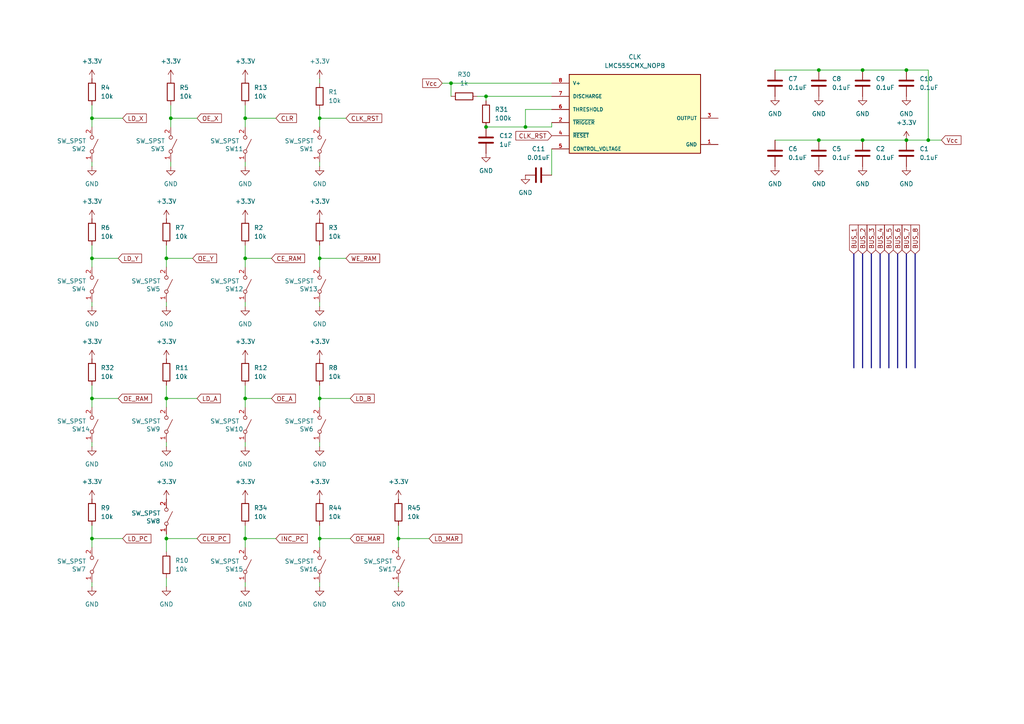
<source format=kicad_sch>
(kicad_sch (version 20250114) (generator "eeschema") (generator_version "9.0")
  (paper "A4")
  (lib_symbols
    (symbol "Device:C" (pin_numbers (hide yes)) (pin_names (offset 0.254))
      (property "Reference" "C" (at 0.635 2.54 0))
      (property "Value" "C" (at 0.635 -2.54 0))
      (symbol "C_0_1"
        (polyline (pts (xy -2.032 0.762) (xy 2.032 0.762)) (stroke (width 0.508)))
        (polyline (pts (xy -2.032 -0.762) (xy 2.032 -0.762)) (stroke (width 0.508)))
      )
      (symbol "C_1_1"
        (pin passive line (at 0 3.81 270) (length 2.794) (name "~") (number "1"))
        (pin passive line (at 0 -3.81 90) (length 2.794) (name "~") (number "2"))
      )
    )
    (symbol "Device:R" (pin_numbers (hide yes)) (pin_names (offset 0))
      (property "Reference" "R" (at 2.032 0 90))
      (property "Value" "R" (at 0 0 90))
      (symbol "R_0_1"
        (rectangle (start -1.016 -2.54) (end 1.016 2.54) (stroke (width 0.254)))
      )
      (symbol "R_1_1"
        (pin passive line (at 0 3.81 270) (length 1.27) (name "~") (number "1"))
        (pin passive line (at 0 -3.81 90) (length 1.27) (name "~") (number "2"))
      )
    )
    (symbol "LMC555CMX_NOPB_1" (pin_names (offset 1.016))
      (property "Reference" "U" (at -17.78 13.7 0))
      (property "Value" "LMC555CMX_NOPB" (at -17.78 -14.16 0))
      (symbol "LMC555CMX_NOPB_1_0_0"
        (rectangle (start -17.78 -10.16) (end 20.32 12.7) (stroke (width 0.254)) (fill (type background)))
        (pin power_in line (at -22.86 10.16 0) (length 5.08) (name "V+") (number "8"))
        (pin input line (at -22.86 6.35 0) (length 5.08) (name "DISCHARGE") (number "7"))
        (pin input line (at -22.86 2.54 0) (length 5.08) (name "THRESHOLD") (number "6"))
        (pin input line (at -22.86 -1.27 0) (length 5.08) (name "~{TRIGGER}") (number "2"))
        (pin input line (at -22.86 -8.89 0) (length 5.08) (name "CONTROL_VOLTAGE") (number "5"))
        (pin output line (at 25.4 0 180) (length 5.08) (name "OUTPUT") (number "3"))
        (pin power_in line (at 25.4 -7.62 180) (length 5.08) (name "GND") (number "1"))
      )
      (symbol "LMC555CMX_NOPB_1_1_0"
        (pin input line (at -22.86 -5.08 0) (length 5.08) (name "~{RESET}") (number "4"))
      )
    )
    (symbol "Switch:SW_SPST" (pin_names (offset 0) (hide yes))
      (property "Reference" "SW" (at 0 3.175 0))
      (property "Value" "SW_SPST" (at 0 -2.54 0))
      (symbol "SW_SPST_0_0"
        (circle (center -2.032 0) (radius 0.508))
        (polyline (pts (xy -1.524 0.254) (xy 1.524 1.778)))
        (circle (center 2.032 0) (radius 0.508))
      )
      (symbol "SW_SPST_1_1"
        (pin passive line (at -5.08 0 0) (length 2.54) (name "A") (number "1"))
        (pin passive line (at 5.08 0 180) (length 2.54) (name "B") (number "2"))
      )
    )
    (symbol "power:+3.3V" (power) (pin_numbers (hide yes)) (pin_names (offset 0) (hide yes))
      (property "Value" "+3.3V" (at 0 3.556 0))
      (symbol "+3.3V_0_1"
        (polyline (pts (xy -0.762 1.27) (xy 0 2.54)))
        (polyline (pts (xy 0 2.54) (xy 0.762 1.27)))
        (polyline (pts (xy 0 0) (xy 0 2.54)))
      )
      (symbol "+3.3V_1_1"
        (pin power_in line (at 0 0 90) (length 0) (name "~") (number "1"))
      )
    )
    (symbol "power:GND" (power) (pin_numbers (hide yes)) (pin_names (offset 0) (hide yes))
      (property "Value" "GND" (at 0 -3.81 0))
      (symbol "GND_0_1"
        (polyline (pts (xy 0 0) (xy 0 -1.27) (xy 1.27 -1.27) (xy 0 -2.54) (xy -1.27 -1.27) (xy 0 -1.27)))
      )
      (symbol "GND_1_1"
        (pin power_in line (at 0 0 270) (length 0) (name "~") (number "1"))
      )
    )
  )
  (junction (at 71.12 156.21))
  (junction (at 262.89 20.32))
  (junction (at 140.97 27.94))
  (junction (at 92.71 115.57))
  (junction (at 262.89 40.64))
  (junction (at 130.81 24.13))
  (junction (at 237.49 20.32))
  (junction (at 71.12 115.57))
  (junction (at 237.49 40.64))
  (junction (at 26.67 34.29))
  (junction (at 48.26 115.57))
  (junction (at 71.12 74.93))
  (junction (at 92.71 74.93))
  (junction (at 26.67 74.93))
  (junction (at 269.24 40.64))
  (junction (at 92.71 34.29))
  (junction (at 250.19 40.64))
  (junction (at 152.4 36.83))
  (junction (at 71.12 34.29))
  (junction (at 26.67 115.57))
  (junction (at 115.57 156.21))
  (junction (at 48.26 156.21))
  (junction (at 49.53 34.29))
  (junction (at 48.26 74.93))
  (junction (at 140.97 36.83))
  (junction (at 92.71 156.21))
  (junction (at 250.19 20.32))
  (junction (at 26.67 156.21))
  (wire (pts (xy 262.89 40.64) (xy 269.24 40.64)))
  (wire (pts (xy 269.24 20.32) (xy 262.89 20.32)))
  (wire (pts (xy 26.67 30.48) (xy 26.67 34.29)))
  (wire (pts (xy 26.67 152.4) (xy 26.67 156.21)))
  (wire (pts (xy 138.43 27.94) (xy 140.97 27.94)))
  (wire (pts (xy 92.71 168.91) (xy 92.71 170.18)))
  (wire (pts (xy 49.53 46.99) (xy 49.53 48.26)))
  (wire (pts (xy 92.71 74.93) (xy 100.33 74.93)))
  (wire (pts (xy 269.24 40.64) (xy 269.24 20.32)))
  (wire (pts (xy 115.57 168.91) (xy 115.57 170.18)))
  (wire (pts (xy 269.24 40.64) (xy 273.05 40.64)))
  (wire (pts (xy 92.71 71.12) (xy 92.71 74.93)))
  (wire (pts (xy 115.57 152.4) (xy 115.57 156.21)))
  (wire (pts (xy 224.79 40.64) (xy 237.49 40.64)))
  (wire (pts (xy 92.71 34.29) (xy 100.33 34.29)))
  (wire (pts (xy 48.26 156.21) (xy 48.26 160.02)))
  (wire (pts (xy 237.49 40.64) (xy 250.19 40.64)))
  (wire (pts (xy 26.67 111.76) (xy 26.67 115.57)))
  (wire (pts (xy 49.53 34.29) (xy 49.53 36.83)))
  (wire (pts (xy 92.71 115.57) (xy 101.6 115.57)))
  (wire (pts (xy 71.12 128.27) (xy 71.12 129.54)))
  (bus (pts (xy 260.35 73.66) (xy 260.35 106.68)))
  (wire (pts (xy 48.26 111.76) (xy 48.26 115.57)))
  (wire (pts (xy 48.26 115.57) (xy 48.26 118.11)))
  (wire (pts (xy 152.4 31.75) (xy 152.4 36.83)))
  (wire (pts (xy 71.12 71.12) (xy 71.12 74.93)))
  (wire (pts (xy 92.71 34.29) (xy 92.71 36.83)))
  (wire (pts (xy 115.57 156.21) (xy 115.57 158.75)))
  (wire (pts (xy 71.12 156.21) (xy 80.01 156.21)))
  (wire (pts (xy 48.26 71.12) (xy 48.26 74.93)))
  (bus (pts (xy 250.19 73.66) (xy 250.19 106.68)))
  (wire (pts (xy 92.71 24.13) (xy 92.71 22.86)))
  (wire (pts (xy 130.81 24.13) (xy 130.81 27.94)))
  (wire (pts (xy 140.97 27.94) (xy 140.97 29.21)))
  (wire (pts (xy 160.02 36.83) (xy 160.02 35.56)))
  (wire (pts (xy 130.81 24.13) (xy 160.02 24.13)))
  (wire (pts (xy 26.67 168.91) (xy 26.67 170.18)))
  (wire (pts (xy 26.67 128.27) (xy 26.67 129.54)))
  (wire (pts (xy 26.67 115.57) (xy 34.29 115.57)))
  (wire (pts (xy 160.02 50.8) (xy 160.02 43.18)))
  (wire (pts (xy 48.26 74.93) (xy 48.26 77.47)))
  (wire (pts (xy 26.67 74.93) (xy 34.29 74.93)))
  (wire (pts (xy 26.67 87.63) (xy 26.67 88.9)))
  (bus (pts (xy 255.27 73.66) (xy 255.27 106.68)))
  (wire (pts (xy 92.71 115.57) (xy 92.71 118.11)))
  (wire (pts (xy 48.26 156.21) (xy 57.15 156.21)))
  (wire (pts (xy 152.4 36.83) (xy 160.02 36.83)))
  (wire (pts (xy 115.57 156.21) (xy 124.46 156.21)))
  (wire (pts (xy 26.67 34.29) (xy 26.67 36.83)))
  (wire (pts (xy 48.26 154.94) (xy 48.26 156.21)))
  (wire (pts (xy 140.97 27.94) (xy 160.02 27.94)))
  (wire (pts (xy 71.12 74.93) (xy 78.74 74.93)))
  (wire (pts (xy 48.26 115.57) (xy 57.15 115.57)))
  (wire (pts (xy 92.71 156.21) (xy 101.6 156.21)))
  (wire (pts (xy 92.71 87.63) (xy 92.71 88.9)))
  (wire (pts (xy 71.12 168.91) (xy 71.12 170.18)))
  (wire (pts (xy 71.12 115.57) (xy 71.12 118.11)))
  (wire (pts (xy 26.67 74.93) (xy 26.67 77.47)))
  (wire (pts (xy 140.97 36.83) (xy 152.4 36.83)))
  (wire (pts (xy 92.71 152.4) (xy 92.71 156.21)))
  (wire (pts (xy 26.67 34.29) (xy 35.56 34.29)))
  (wire (pts (xy 71.12 87.63) (xy 71.12 88.9)))
  (wire (pts (xy 49.53 30.48) (xy 49.53 34.29)))
  (wire (pts (xy 26.67 156.21) (xy 35.56 156.21)))
  (wire (pts (xy 71.12 111.76) (xy 71.12 115.57)))
  (bus (pts (xy 265.43 73.66) (xy 265.43 106.68)))
  (wire (pts (xy 250.19 20.32) (xy 262.89 20.32)))
  (wire (pts (xy 71.12 34.29) (xy 80.01 34.29)))
  (wire (pts (xy 71.12 74.93) (xy 71.12 77.47)))
  (wire (pts (xy 71.12 115.57) (xy 78.74 115.57)))
  (wire (pts (xy 26.67 115.57) (xy 26.67 118.11)))
  (wire (pts (xy 71.12 156.21) (xy 71.12 158.75)))
  (wire (pts (xy 250.19 40.64) (xy 262.89 40.64)))
  (wire (pts (xy 92.71 74.93) (xy 92.71 77.47)))
  (wire (pts (xy 48.26 74.93) (xy 55.88 74.93)))
  (wire (pts (xy 26.67 71.12) (xy 26.67 74.93)))
  (wire (pts (xy 237.49 20.32) (xy 250.19 20.32)))
  (bus (pts (xy 247.65 73.66) (xy 247.65 106.68)))
  (wire (pts (xy 48.26 87.63) (xy 48.26 88.9)))
  (wire (pts (xy 71.12 30.48) (xy 71.12 34.29)))
  (wire (pts (xy 71.12 46.99) (xy 71.12 48.26)))
  (wire (pts (xy 92.71 156.21) (xy 92.71 158.75)))
  (wire (pts (xy 224.79 20.32) (xy 237.49 20.32)))
  (wire (pts (xy 71.12 152.4) (xy 71.12 156.21)))
  (bus (pts (xy 252.73 73.66) (xy 252.73 106.68)))
  (wire (pts (xy 128.27 24.13) (xy 130.81 24.13)))
  (bus (pts (xy 257.81 73.66) (xy 257.81 106.68)))
  (wire (pts (xy 48.26 167.64) (xy 48.26 170.18)))
  (wire (pts (xy 26.67 156.21) (xy 26.67 158.75)))
  (wire (pts (xy 71.12 34.29) (xy 71.12 36.83)))
  (wire (pts (xy 92.71 31.75) (xy 92.71 34.29)))
  (wire (pts (xy 49.53 34.29) (xy 57.15 34.29)))
  (wire (pts (xy 160.02 31.75) (xy 152.4 31.75)))
  (wire (pts (xy 92.71 111.76) (xy 92.71 115.57)))
  (bus (pts (xy 262.89 73.66) (xy 262.89 106.68)))
  (wire (pts (xy 92.71 46.99) (xy 92.71 48.26)))
  (wire (pts (xy 26.67 46.99) (xy 26.67 48.26)))
  (wire (pts (xy 92.71 128.27) (xy 92.71 129.54)))
  (wire (pts (xy 48.26 128.27) (xy 48.26 129.54)))
  (global_label "LD_MAR" (shape input) (at 124.46 156.21 0) (property "Intersheetrefs" "${INTERSHEET_REFS}" (effects (hide yes))))
  (global_label "OE_X" (shape input) (at 57.15 34.29 0) (property "Intersheetrefs" "${INTERSHEET_REFS}" (effects (hide yes))))
  (global_label "BUS_7" (shape input) (at 262.89 73.66 90) (property "Intersheetrefs" "${INTERSHEET_REFS}" (effects (hide yes))))
  (global_label "BUS_3" (shape input) (at 252.73 73.66 90) (property "Intersheetrefs" "${INTERSHEET_REFS}" (effects (hide yes))))
  (global_label "WE_RAM" (shape input) (at 100.33 74.93 0) (property "Intersheetrefs" "${INTERSHEET_REFS}" (effects (hide yes))))
  (global_label "OE_A" (shape input) (at 78.74 115.57 0) (property "Intersheetrefs" "${INTERSHEET_REFS}" (effects (hide yes))))
  (global_label "OE_Y" (shape input) (at 55.88 74.93 0) (property "Intersheetrefs" "${INTERSHEET_REFS}" (effects (hide yes))))
  (global_label "CLR_PC" (shape input) (at 57.15 156.21 0) (property "Intersheetrefs" "${INTERSHEET_REFS}" (effects (hide yes))))
  (global_label "BUS_1" (shape input) (at 247.65 73.66 90) (property "Intersheetrefs" "${INTERSHEET_REFS}" (effects (hide yes))))
  (global_label "BUS_8" (shape input) (at 265.43 73.66 90) (property "Intersheetrefs" "${INTERSHEET_REFS}" (effects (hide yes))))
  (global_label "OE_RAM" (shape input) (at 34.29 115.57 0) (property "Intersheetrefs" "${INTERSHEET_REFS}" (effects (hide yes))))
  (global_label "CLK_RST" (shape input) (at 160.02 39.37 180) (property "Intersheetrefs" "${INTERSHEET_REFS}" (effects (hide yes))))
  (global_label "LD_B" (shape input) (at 101.6 115.57 0) (property "Intersheetrefs" "${INTERSHEET_REFS}" (effects (hide yes))))
  (global_label "Vcc" (shape input) (at 128.27 24.13 180) (property "Intersheetrefs" "${INTERSHEET_REFS}" (effects (hide yes))))
  (global_label "BUS_6" (shape input) (at 260.35 73.66 90) (property "Intersheetrefs" "${INTERSHEET_REFS}" (effects (hide yes))))
  (global_label "CLR" (shape input) (at 80.01 34.29 0) (property "Intersheetrefs" "${INTERSHEET_REFS}" (effects (hide yes))))
  (global_label "OE_MAR" (shape input) (at 101.6 156.21 0) (property "Intersheetrefs" "${INTERSHEET_REFS}" (effects (hide yes))))
  (global_label "BUS_2" (shape input) (at 250.19 73.66 90) (property "Intersheetrefs" "${INTERSHEET_REFS}" (effects (hide yes))))
  (global_label "INC_PC" (shape input) (at 80.01 156.21 0) (property "Intersheetrefs" "${INTERSHEET_REFS}" (effects (hide yes))))
  (global_label "LD_PC" (shape input) (at 35.56 156.21 0) (property "Intersheetrefs" "${INTERSHEET_REFS}" (effects (hide yes))))
  (global_label "BUS_5" (shape input) (at 257.81 73.66 90) (property "Intersheetrefs" "${INTERSHEET_REFS}" (effects (hide yes))))
  (global_label "LD_X" (shape input) (at 35.56 34.29 0) (property "Intersheetrefs" "${INTERSHEET_REFS}" (effects (hide yes))))
  (global_label "BUS_4" (shape input) (at 255.27 73.66 90) (property "Intersheetrefs" "${INTERSHEET_REFS}" (effects (hide yes))))
  (global_label "LD_Y" (shape input) (at 34.29 74.93 0) (property "Intersheetrefs" "${INTERSHEET_REFS}" (effects (hide yes))))
  (global_label "LD_A" (shape input) (at 57.15 115.57 0) (property "Intersheetrefs" "${INTERSHEET_REFS}" (effects (hide yes))))
  (global_label "CE_RAM" (shape input) (at 78.74 74.93 0) (property "Intersheetrefs" "${INTERSHEET_REFS}" (effects (hide yes))))
  (global_label "CLK_RST" (shape input) (at 100.33 34.29 0) (property "Intersheetrefs" "${INTERSHEET_REFS}" (effects (hide yes))))
  (global_label "Vcc" (shape input) (at 273.05 40.64 0) (property "Intersheetrefs" "${INTERSHEET_REFS}" (effects (hide yes))))
  (symbol (lib_id "power:+3.3V") (at 115.57 144.78 0) (unit 1)
    (property "Reference" "#PWR0110" (effects (hide yes)))
    (property "Value" "+3.3V" (at 115.57 139.7 0))
    (property "Description" "Power symbol creates a global label with name \"+3.3V\"" (effects (hide yes)))
  )
  (symbol (lib_id "power:+3.3V") (at 71.12 22.86 0) (unit 1)
    (property "Reference" "#PWR043" (effects (hide yes)))
    (property "Value" "+3.3V" (at 71.12 17.78 0))
    (property "Description" "Power symbol creates a global label with name \"+3.3V\"" (effects (hide yes)))
  )
  (symbol (lib_id "Device:R") (at 71.12 26.67 0) (unit 1)
    (property "Reference" "R13" (at 73.66 25.3999 0) (effects (justify left)))
    (property "Value" "10k" (at 73.66 27.9399 0) (effects (justify left)))
    (property "Description" "Resistor" (effects (hide yes)))
  )
  (symbol (lib_id "power:GND") (at 140.97 44.45 0) (unit 1)
    (property "Reference" "#PWR079" (effects (hide yes)))
    (property "Value" "GND" (at 140.97 49.53 0))
    (property "Description" "Power symbol creates a global label with name \"GND\" , ground" (effects (hide yes)))
  )
  (symbol (lib_id "power:GND") (at 71.12 88.9 0) (unit 1)
    (property "Reference" "#PWR08" (effects (hide yes)))
    (property "Value" "GND" (at 71.12 93.98 0))
    (property "Description" "Power symbol creates a global label with name \"GND\" , ground" (effects (hide yes)))
  )
  (symbol (lib_id "power:GND") (at 92.71 170.18 0) (unit 1)
    (property "Reference" "#PWR0109" (effects (hide yes)))
    (property "Value" "GND" (at 92.71 175.26 0))
    (property "Description" "Power symbol creates a global label with name \"GND\" , ground" (effects (hide yes)))
  )
  (symbol (lib_id "Device:C") (at 262.89 24.13 0) (unit 1)
    (property "Reference" "C10" (at 266.7 22.8599 0) (effects (justify left)))
    (property "Value" "0.1uF" (at 266.7 25.3999 0) (effects (justify left)))
    (property "Description" "Unpolarized capacitor" (effects (hide yes)))
  )
  (symbol (lib_id "power:+3.3V") (at 92.71 63.5 0) (unit 1)
    (property "Reference" "#PWR09" (effects (hide yes)))
    (property "Value" "+3.3V" (at 92.71 58.42 0))
    (property "Description" "Power symbol creates a global label with name \"+3.3V\"" (effects (hide yes)))
  )
  (symbol (lib_id "Switch:SW_SPST") (at 92.71 82.55 270) (mirror x) (unit 1)
    (property "Reference" "SW13" (at 86.868 83.82 90) (effects (justify left)))
    (property "Value" "SW_SPST" (at 82.55 81.534 90) (effects (justify left)))
    (property "Description" "Single Pole Single Throw (SPST) switch" (effects (hide yes)))
  )
  (symbol (lib_id "Device:C") (at 250.19 24.13 0) (unit 1)
    (property "Reference" "C9" (at 254 22.8599 0) (effects (justify left)))
    (property "Value" "0.1uF" (at 254 25.3999 0) (effects (justify left)))
    (property "Description" "Unpolarized capacitor" (effects (hide yes)))
  )
  (symbol (lib_id "Switch:SW_SPST") (at 71.12 82.55 270) (mirror x) (unit 1)
    (property "Reference" "SW12" (at 65.278 83.82 90) (effects (justify left)))
    (property "Value" "SW_SPST" (at 60.96 81.534 90) (effects (justify left)))
    (property "Description" "Single Pole Single Throw (SPST) switch" (effects (hide yes)))
  )
  (symbol (lib_id "Device:R") (at 92.71 148.59 0) (unit 1)
    (property "Reference" "R44" (at 95.25 147.3199 0) (effects (justify left)))
    (property "Value" "10k" (at 95.25 149.8599 0) (effects (justify left)))
    (property "Description" "Resistor" (effects (hide yes)))
  )
  (symbol (lib_id "power:GND") (at 71.12 170.18 0) (unit 1)
    (property "Reference" "#PWR087" (effects (hide yes)))
    (property "Value" "GND" (at 71.12 175.26 0))
    (property "Description" "Power symbol creates a global label with name \"GND\" , ground" (effects (hide yes)))
  )
  (symbol (lib_id "power:+3.3V") (at 48.26 63.5 0) (unit 1)
    (property "Reference" "#PWR034" (effects (hide yes)))
    (property "Value" "+3.3V" (at 48.26 58.42 0))
    (property "Description" "Power symbol creates a global label with name \"+3.3V\"" (effects (hide yes)))
  )
  (symbol (lib_id "power:GND") (at 71.12 48.26 0) (unit 1)
    (property "Reference" "#PWR044" (effects (hide yes)))
    (property "Value" "GND" (at 71.12 53.34 0))
    (property "Description" "Power symbol creates a global label with name \"GND\" , ground" (effects (hide yes)))
  )
  (symbol (lib_id "Device:C") (at 224.79 44.45 0) (unit 1)
    (property "Reference" "C6" (at 228.6 43.1799 0) (effects (justify left)))
    (property "Value" "0.1uF" (at 228.6 45.7199 0) (effects (justify left)))
    (property "Description" "Unpolarized capacitor" (effects (hide yes)))
  )
  (symbol (lib_id "power:GND") (at 152.4 50.8 0) (unit 1)
    (property "Reference" "#PWR078" (effects (hide yes)))
    (property "Value" "GND" (at 152.4 55.88 0))
    (property "Description" "Power symbol creates a global label with name \"GND\" , ground" (effects (hide yes)))
  )
  (symbol (lib_id "power:+3.3V") (at 26.67 22.86 0) (unit 1)
    (property "Reference" "#PWR017" (effects (hide yes)))
    (property "Value" "+3.3V" (at 26.67 17.78 0))
    (property "Description" "Power symbol creates a global label with name \"+3.3V\"" (effects (hide yes)))
  )
  (symbol (lib_id "Device:R") (at 71.12 148.59 0) (unit 1)
    (property "Reference" "R34" (at 73.66 147.3199 0) (effects (justify left)))
    (property "Value" "10k" (at 73.66 149.8599 0) (effects (justify left)))
    (property "Description" "Resistor" (effects (hide yes)))
  )
  (symbol (lib_id "power:+3.3V") (at 48.26 104.14 0) (unit 1)
    (property "Reference" "#PWR011" (effects (hide yes)))
    (property "Value" "+3.3V" (at 48.26 99.06 0))
    (property "Description" "Power symbol creates a global label with name \"+3.3V\"" (effects (hide yes)))
  )
  (symbol (lib_id "Device:R") (at 26.67 107.95 0) (unit 1)
    (property "Reference" "R32" (at 29.21 106.6799 0) (effects (justify left)))
    (property "Value" "10k" (at 29.21 109.2199 0) (effects (justify left)))
    (property "Description" "Resistor" (effects (hide yes)))
  )
  (symbol (lib_id "power:GND") (at 71.12 129.54 0) (unit 1)
    (property "Reference" "#PWR029" (effects (hide yes)))
    (property "Value" "GND" (at 71.12 134.62 0))
    (property "Description" "Power symbol creates a global label with name \"GND\" , ground" (effects (hide yes)))
  )
  (symbol (lib_id "power:+3.3V") (at 92.71 22.86 0) (unit 1)
    (property "Reference" "#PWR03" (effects (hide yes)))
    (property "Value" "+3.3V" (at 92.71 17.78 0))
    (property "Description" "Power symbol creates a global label with name \"+3.3V\"" (effects (hide yes)))
  )
  (symbol (lib_id "Switch:SW_SPST") (at 92.71 123.19 270) (mirror x) (unit 1)
    (property "Reference" "SW6" (at 86.868 124.46 90) (effects (justify left)))
    (property "Value" "SW_SPST" (at 82.55 122.174 90) (effects (justify left)))
    (property "Description" "Single Pole Single Throw (SPST) switch" (effects (hide yes)))
  )
  (symbol (lib_id "power:GND") (at 26.67 88.9 0) (unit 1)
    (property "Reference" "#PWR033" (effects (hide yes)))
    (property "Value" "GND" (at 26.67 93.98 0))
    (property "Description" "Power symbol creates a global label with name \"GND\" , ground" (effects (hide yes)))
  )
  (symbol (lib_id "Device:C") (at 237.49 44.45 0) (unit 1)
    (property "Reference" "C5" (at 241.3 43.1799 0) (effects (justify left)))
    (property "Value" "0.1uF" (at 241.3 45.7199 0) (effects (justify left)))
    (property "Description" "Unpolarized capacitor" (effects (hide yes)))
  )
  (symbol (lib_id "Switch:SW_SPST") (at 48.26 82.55 270) (mirror x) (unit 1)
    (property "Reference" "SW5" (at 42.418 83.82 90) (effects (justify left)))
    (property "Value" "SW_SPST" (at 38.1 81.534 90) (effects (justify left)))
    (property "Description" "Single Pole Single Throw (SPST) switch" (effects (hide yes)))
  )
  (symbol (lib_id "power:+3.3V") (at 92.71 104.14 0) (unit 1)
    (property "Reference" "#PWR015" (effects (hide yes)))
    (property "Value" "+3.3V" (at 92.71 99.06 0))
    (property "Description" "Power symbol creates a global label with name \"+3.3V\"" (effects (hide yes)))
  )
  (symbol (lib_id "power:GND") (at 237.49 48.26 0) (unit 1)
    (property "Reference" "#PWR04" (effects (hide yes)))
    (property "Value" "GND" (at 237.49 53.34 0))
    (property "Description" "Power symbol creates a global label with name \"GND\" , ground" (effects (hide yes)))
  )
  (symbol (lib_id "Device:R") (at 92.71 67.31 0) (unit 1)
    (property "Reference" "R3" (at 95.25 66.0399 0) (effects (justify left)))
    (property "Value" "10k" (at 95.25 68.5799 0) (effects (justify left)))
    (property "Description" "Resistor" (effects (hide yes)))
  )
  (symbol (lib_id "Switch:SW_SPST") (at 26.67 82.55 270) (mirror x) (unit 1)
    (property "Reference" "SW4" (at 20.828 83.82 90) (effects (justify left)))
    (property "Value" "SW_SPST" (at 16.51 81.534 90) (effects (justify left)))
    (property "Description" "Single Pole Single Throw (SPST) switch" (effects (hide yes)))
  )
  (symbol (lib_id "Switch:SW_SPST") (at 115.57 163.83 270) (mirror x) (unit 1)
    (property "Reference" "SW17" (at 109.728 165.1 90) (effects (justify left)))
    (property "Value" "SW_SPST" (at 105.41 162.814 90) (effects (justify left)))
    (property "Description" "Single Pole Single Throw (SPST) switch" (effects (hide yes)))
  )
  (symbol (lib_id "Device:R") (at 115.57 148.59 0) (unit 1)
    (property "Reference" "R45" (at 118.11 147.3199 0) (effects (justify left)))
    (property "Value" "10k" (at 118.11 149.8599 0) (effects (justify left)))
    (property "Description" "Resistor" (effects (hide yes)))
  )
  (symbol (lib_id "Device:R") (at 134.62 27.94 90) (unit 1)
    (property "Reference" "R30" (at 134.62 21.59 90))
    (property "Value" "1k" (at 134.62 24.13 90))
    (property "Description" "Resistor" (effects (hide yes)))
  )
  (symbol (lib_id "Switch:SW_SPST") (at 26.67 163.83 270) (mirror x) (unit 1)
    (property "Reference" "SW7" (at 20.828 165.1 90) (effects (justify left)))
    (property "Value" "SW_SPST" (at 16.51 162.814 90) (effects (justify left)))
    (property "Description" "Single Pole Single Throw (SPST) switch" (effects (hide yes)))
  )
  (symbol (lib_name "LMC555CMX_NOPB_1") (lib_id "LMC555CMX_NOPB:LMC555CMX_NOPB") (at 182.88 34.29 0) (unit 1)
    (property "Reference" "CLK" (at 184.15 16.51 0))
    (property "Value" "LMC555CMX_NOPB" (at 184.15 19.05 0))
    (property "Footprint" "LMC555CMX_NOPB:SOIC127P599X175-8N" (effects (hide yes)))
    (property "DigiKey_Part_Number" "LMC555CMX/NOPBTR-ND" (effects (hide yes)))
    (property "SnapEDA_Link" "https://www.snapeda.com/parts/LMC555CMX/NOPB/Texas+Instruments/view-part/?ref=snap" (effects (hide yes)))
    (property "MAXIMUM_PACKAGE_HEIGHT" "1.75mm" (effects (hide yes)))
    (property "Package" "SOIC-8 Texas Instruments" (effects (hide yes)))
    (property "Check_prices" "https://www.snapeda.com/parts/LMC555CMX/NOPB/Texas+Instruments/view-part/?ref=eda" (effects (hide yes)))
    (property "STANDARD" "IPC-7351B" (effects (hide yes)))
    (property "PARTREV" "M" (effects (hide yes)))
    (property "MF" "Texas Instruments" (effects (hide yes)))
    (property "MP" "LMC555CMX/NOPB" (effects (hide yes)))
    (property "Description_1" "World’s smallest 555 timer with low power, high accuracy and a Fmax of 3MHz" (effects (hide yes)))
    (property "MANUFACTURER" "Texas Instruments" (effects (hide yes)))
  )
  (symbol (lib_id "power:GND") (at 92.71 88.9 0) (unit 1)
    (property "Reference" "#PWR080" (effects (hide yes)))
    (property "Value" "GND" (at 92.71 93.98 0))
    (property "Description" "Power symbol creates a global label with name \"GND\" , ground" (effects (hide yes)))
  )
  (symbol (lib_id "Device:R") (at 26.67 67.31 0) (unit 1)
    (property "Reference" "R6" (at 29.21 66.0399 0) (effects (justify left)))
    (property "Value" "10k" (at 29.21 68.5799 0) (effects (justify left)))
    (property "Description" "Resistor" (effects (hide yes)))
  )
  (symbol (lib_id "power:+3.3V") (at 26.67 63.5 0) (unit 1)
    (property "Reference" "#PWR032" (effects (hide yes)))
    (property "Value" "+3.3V" (at 26.67 58.42 0))
    (property "Description" "Power symbol creates a global label with name \"+3.3V\"" (effects (hide yes)))
  )
  (symbol (lib_id "Device:C") (at 140.97 40.64 0) (unit 1)
    (property "Reference" "C12" (at 144.78 39.3699 0) (effects (justify left)))
    (property "Value" "1uF" (at 144.78 41.9099 0) (effects (justify left)))
    (property "Description" "Unpolarized capacitor" (effects (hide yes)))
  )
  (symbol (lib_id "power:GND") (at 250.19 48.26 0) (unit 1)
    (property "Reference" "#PWR07" (effects (hide yes)))
    (property "Value" "GND" (at 250.19 53.34 0))
    (property "Description" "Power symbol creates a global label with name \"GND\" , ground" (effects (hide yes)))
  )
  (symbol (lib_id "power:GND") (at 48.26 88.9 0) (unit 1)
    (property "Reference" "#PWR035" (effects (hide yes)))
    (property "Value" "GND" (at 48.26 93.98 0))
    (property "Description" "Power symbol creates a global label with name \"GND\" , ground" (effects (hide yes)))
  )
  (symbol (lib_id "power:GND") (at 92.71 48.26 0) (unit 1)
    (property "Reference" "#PWR05" (effects (hide yes)))
    (property "Value" "GND" (at 92.71 53.34 0))
    (property "Description" "Power symbol creates a global label with name \"GND\" , ground" (effects (hide yes)))
  )
  (symbol (lib_id "Switch:SW_SPST") (at 71.12 123.19 270) (mirror x) (unit 1)
    (property "Reference" "SW10" (at 65.278 124.46 90) (effects (justify left)))
    (property "Value" "SW_SPST" (at 60.96 122.174 90) (effects (justify left)))
    (property "Description" "Single Pole Single Throw (SPST) switch" (effects (hide yes)))
  )
  (symbol (lib_id "Switch:SW_SPST") (at 26.67 123.19 270) (mirror x) (unit 1)
    (property "Reference" "SW14" (at 20.828 124.46 90) (effects (justify left)))
    (property "Value" "SW_SPST" (at 16.51 122.174 90) (effects (justify left)))
    (property "Description" "Single Pole Single Throw (SPST) switch" (effects (hide yes)))
  )
  (symbol (lib_id "Device:R") (at 26.67 148.59 0) (unit 1)
    (property "Reference" "R9" (at 29.21 147.3199 0) (effects (justify left)))
    (property "Value" "10k" (at 29.21 149.8599 0) (effects (justify left)))
    (property "Description" "Resistor" (effects (hide yes)))
  )
  (symbol (lib_id "power:GND") (at 26.67 129.54 0) (unit 1)
    (property "Reference" "#PWR082" (effects (hide yes)))
    (property "Value" "GND" (at 26.67 134.62 0))
    (property "Description" "Power symbol creates a global label with name \"GND\" , ground" (effects (hide yes)))
  )
  (symbol (lib_id "Switch:SW_SPST") (at 26.67 41.91 270) (mirror x) (unit 1)
    (property "Reference" "SW2" (at 20.828 43.18 90) (effects (justify left)))
    (property "Value" "SW_SPST" (at 16.51 40.894 90) (effects (justify left)))
    (property "Description" "Single Pole Single Throw (SPST) switch" (effects (hide yes)))
  )
  (symbol (lib_id "Switch:SW_SPST") (at 92.71 163.83 270) (mirror x) (unit 1)
    (property "Reference" "SW16" (at 86.868 165.1 90) (effects (justify left)))
    (property "Value" "SW_SPST" (at 82.55 162.814 90) (effects (justify left)))
    (property "Description" "Single Pole Single Throw (SPST) switch" (effects (hide yes)))
  )
  (symbol (lib_id "power:+3.3V") (at 71.12 104.14 0) (unit 1)
    (property "Reference" "#PWR028" (effects (hide yes)))
    (property "Value" "+3.3V" (at 71.12 99.06 0))
    (property "Description" "Power symbol creates a global label with name \"+3.3V\"" (effects (hide yes)))
  )
  (symbol (lib_id "Device:R") (at 92.71 107.95 0) (unit 1)
    (property "Reference" "R8" (at 95.25 106.6799 0) (effects (justify left)))
    (property "Value" "10k" (at 95.25 109.2199 0) (effects (justify left)))
    (property "Description" "Resistor" (effects (hide yes)))
  )
  (symbol (lib_id "power:+3.3V") (at 92.71 144.78 0) (unit 1)
    (property "Reference" "#PWR0108" (effects (hide yes)))
    (property "Value" "+3.3V" (at 92.71 139.7 0))
    (property "Description" "Power symbol creates a global label with name \"+3.3V\"" (effects (hide yes)))
  )
  (symbol (lib_id "Device:R") (at 92.71 27.94 0) (unit 1)
    (property "Reference" "R1" (at 95.25 26.6699 0) (effects (justify left)))
    (property "Value" "10k" (at 95.25 29.2099 0) (effects (justify left)))
    (property "Description" "Resistor" (effects (hide yes)))
  )
  (symbol (lib_id "power:+3.3V") (at 26.67 144.78 0) (unit 1)
    (property "Reference" "#PWR037" (effects (hide yes)))
    (property "Value" "+3.3V" (at 26.67 139.7 0))
    (property "Description" "Power symbol creates a global label with name \"+3.3V\"" (effects (hide yes)))
  )
  (symbol (lib_id "Device:R") (at 48.26 67.31 0) (unit 1)
    (property "Reference" "R7" (at 50.8 66.0399 0) (effects (justify left)))
    (property "Value" "10k" (at 50.8 68.5799 0) (effects (justify left)))
    (property "Description" "Resistor" (effects (hide yes)))
  )
  (symbol (lib_id "Switch:SW_SPST") (at 92.71 41.91 270) (mirror x) (unit 1)
    (property "Reference" "SW1" (at 86.868 43.18 90) (effects (justify left)))
    (property "Value" "SW_SPST" (at 82.55 40.894 90) (effects (justify left)))
    (property "Description" "Single Pole Single Throw (SPST) switch" (effects (hide yes)))
  )
  (symbol (lib_id "power:GND") (at 250.19 27.94 0) (unit 1)
    (property "Reference" "#PWR026" (effects (hide yes)))
    (property "Value" "GND" (at 250.19 33.02 0))
    (property "Description" "Power symbol creates a global label with name \"GND\" , ground" (effects (hide yes)))
  )
  (symbol (lib_id "power:GND") (at 49.53 48.26 0) (unit 1)
    (property "Reference" "#PWR013" (effects (hide yes)))
    (property "Value" "GND" (at 49.53 53.34 0))
    (property "Description" "Power symbol creates a global label with name \"GND\" , ground" (effects (hide yes)))
  )
  (symbol (lib_id "power:GND") (at 26.67 48.26 0) (unit 1)
    (property "Reference" "#PWR018" (effects (hide yes)))
    (property "Value" "GND" (at 26.67 53.34 0))
    (property "Description" "Power symbol creates a global label with name \"GND\" , ground" (effects (hide yes)))
  )
  (symbol (lib_id "power:+3.3V") (at 26.67 104.14 0) (unit 1)
    (property "Reference" "#PWR081" (effects (hide yes)))
    (property "Value" "+3.3V" (at 26.67 99.06 0))
    (property "Description" "Power symbol creates a global label with name \"+3.3V\"" (effects (hide yes)))
  )
  (symbol (lib_id "Device:C") (at 224.79 24.13 0) (unit 1)
    (property "Reference" "C7" (at 228.6 22.8599 0) (effects (justify left)))
    (property "Value" "0.1uF" (at 228.6 25.3999 0) (effects (justify left)))
    (property "Description" "Unpolarized capacitor" (effects (hide yes)))
  )
  (symbol (lib_id "power:GND") (at 48.26 129.54 0) (unit 1)
    (property "Reference" "#PWR014" (effects (hide yes)))
    (property "Value" "GND" (at 48.26 134.62 0))
    (property "Description" "Power symbol creates a global label with name \"GND\" , ground" (effects (hide yes)))
  )
  (symbol (lib_id "power:GND") (at 48.26 170.18 0) (unit 1)
    (property "Reference" "#PWR040" (effects (hide yes)))
    (property "Value" "GND" (at 48.26 175.26 0))
    (property "Description" "Power symbol creates a global label with name \"GND\" , ground" (effects (hide yes)))
  )
  (symbol (lib_id "Switch:SW_SPST") (at 49.53 41.91 270) (mirror x) (unit 1)
    (property "Reference" "SW3" (at 43.688 43.18 90) (effects (justify left)))
    (property "Value" "SW_SPST" (at 39.37 40.894 90) (effects (justify left)))
    (property "Description" "Single Pole Single Throw (SPST) switch" (effects (hide yes)))
  )
  (symbol (lib_id "power:+3.3V") (at 262.89 40.64 0) (unit 1)
    (property "Reference" "#PWR01" (effects (hide yes)))
    (property "Value" "+3.3V" (at 262.89 35.56 0))
    (property "Description" "Power symbol creates a global label with name \"+3.3V\"" (effects (hide yes)))
  )
  (symbol (lib_id "Switch:SW_SPST") (at 48.26 123.19 270) (mirror x) (unit 1)
    (property "Reference" "SW9" (at 42.418 124.46 90) (effects (justify left)))
    (property "Value" "SW_SPST" (at 38.1 122.174 90) (effects (justify left)))
    (property "Description" "Single Pole Single Throw (SPST) switch" (effects (hide yes)))
  )
  (symbol (lib_id "Device:C") (at 262.89 44.45 0) (unit 1)
    (property "Reference" "C1" (at 266.7 43.1799 0) (effects (justify left)))
    (property "Value" "0.1uF" (at 266.7 45.7199 0) (effects (justify left)))
    (property "Description" "Unpolarized capacitor" (effects (hide yes)))
  )
  (symbol (lib_id "power:GND") (at 262.89 48.26 0) (unit 1)
    (property "Reference" "#PWR02" (effects (hide yes)))
    (property "Value" "GND" (at 262.89 53.34 0))
    (property "Description" "Power symbol creates a global label with name \"GND\" , ground" (effects (hide yes)))
  )
  (symbol (lib_id "power:+3.3V") (at 48.26 144.78 0) (unit 1)
    (property "Reference" "#PWR039" (effects (hide yes)))
    (property "Value" "+3.3V" (at 48.26 139.7 0))
    (property "Description" "Power symbol creates a global label with name \"+3.3V\"" (effects (hide yes)))
  )
  (symbol (lib_id "power:GND") (at 115.57 170.18 0) (unit 1)
    (property "Reference" "#PWR0111" (effects (hide yes)))
    (property "Value" "GND" (at 115.57 175.26 0))
    (property "Description" "Power symbol creates a global label with name \"GND\" , ground" (effects (hide yes)))
  )
  (symbol (lib_id "Device:C") (at 237.49 24.13 0) (unit 1)
    (property "Reference" "C8" (at 241.3 22.8599 0) (effects (justify left)))
    (property "Value" "0.1uF" (at 241.3 25.3999 0) (effects (justify left)))
    (property "Description" "Unpolarized capacitor" (effects (hide yes)))
  )
  (symbol (lib_id "power:GND") (at 224.79 48.26 0) (unit 1)
    (property "Reference" "#PWR019" (effects (hide yes)))
    (property "Value" "GND" (at 224.79 53.34 0))
    (property "Description" "Power symbol creates a global label with name \"GND\" , ground" (effects (hide yes)))
  )
  (symbol (lib_id "power:+3.3V") (at 71.12 144.78 0) (unit 1)
    (property "Reference" "#PWR086" (effects (hide yes)))
    (property "Value" "+3.3V" (at 71.12 139.7 0))
    (property "Description" "Power symbol creates a global label with name \"+3.3V\"" (effects (hide yes)))
  )
  (symbol (lib_id "Switch:SW_SPST") (at 48.26 149.86 270) (mirror x) (unit 1)
    (property "Reference" "SW8" (at 42.418 151.13 90) (effects (justify left)))
    (property "Value" "SW_SPST" (at 38.1 148.844 90) (effects (justify left)))
    (property "Description" "Single Pole Single Throw (SPST) switch" (effects (hide yes)))
  )
  (symbol (lib_id "Switch:SW_SPST") (at 71.12 41.91 270) (mirror x) (unit 1)
    (property "Reference" "SW11" (at 65.278 43.18 90) (effects (justify left)))
    (property "Value" "SW_SPST" (at 60.96 40.894 90) (effects (justify left)))
    (property "Description" "Single Pole Single Throw (SPST) switch" (effects (hide yes)))
  )
  (symbol (lib_id "power:GND") (at 237.49 27.94 0) (unit 1)
    (property "Reference" "#PWR025" (effects (hide yes)))
    (property "Value" "GND" (at 237.49 33.02 0))
    (property "Description" "Power symbol creates a global label with name \"GND\" , ground" (effects (hide yes)))
  )
  (symbol (lib_id "power:GND") (at 262.89 27.94 0) (unit 1)
    (property "Reference" "#PWR027" (effects (hide yes)))
    (property "Value" "GND" (at 262.89 33.02 0))
    (property "Description" "Power symbol creates a global label with name \"GND\" , ground" (effects (hide yes)))
  )
  (symbol (lib_id "Device:R") (at 48.26 107.95 0) (unit 1)
    (property "Reference" "R11" (at 50.8 106.6799 0) (effects (justify left)))
    (property "Value" "10k" (at 50.8 109.2199 0) (effects (justify left)))
    (property "Description" "Resistor" (effects (hide yes)))
  )
  (symbol (lib_id "Device:R") (at 71.12 107.95 0) (unit 1)
    (property "Reference" "R12" (at 73.66 106.6799 0) (effects (justify left)))
    (property "Value" "10k" (at 73.66 109.2199 0) (effects (justify left)))
    (property "Description" "Resistor" (effects (hide yes)))
  )
  (symbol (lib_id "Device:R") (at 49.53 26.67 0) (unit 1)
    (property "Reference" "R5" (at 52.07 25.3999 0) (effects (justify left)))
    (property "Value" "10k" (at 52.07 27.9399 0) (effects (justify left)))
    (property "Description" "Resistor" (effects (hide yes)))
  )
  (symbol (lib_id "power:GND") (at 92.71 129.54 0) (unit 1)
    (property "Reference" "#PWR016" (effects (hide yes)))
    (property "Value" "GND" (at 92.71 134.62 0))
    (property "Description" "Power symbol creates a global label with name \"GND\" , ground" (effects (hide yes)))
  )
  (symbol (lib_id "power:+3.3V") (at 49.53 22.86 0) (unit 1)
    (property "Reference" "#PWR012" (effects (hide yes)))
    (property "Value" "+3.3V" (at 49.53 17.78 0))
    (property "Description" "Power symbol creates a global label with name \"+3.3V\"" (effects (hide yes)))
  )
  (symbol (lib_id "Device:R") (at 48.26 163.83 0) (unit 1)
    (property "Reference" "R10" (at 50.8 162.5599 0) (effects (justify left)))
    (property "Value" "10k" (at 50.8 165.0999 0) (effects (justify left)))
    (property "Description" "Resistor" (effects (hide yes)))
  )
  (symbol (lib_id "power:+3.3V") (at 71.12 63.5 0) (unit 1)
    (property "Reference" "#PWR06" (effects (hide yes)))
    (property "Value" "+3.3V" (at 71.12 58.42 0))
    (property "Description" "Power symbol creates a global label with name \"+3.3V\"" (effects (hide yes)))
  )
  (symbol (lib_id "power:GND") (at 224.79 27.94 0) (unit 1)
    (property "Reference" "#PWR024" (effects (hide yes)))
    (property "Value" "GND" (at 224.79 33.02 0))
    (property "Description" "Power symbol creates a global label with name \"GND\" , ground" (effects (hide yes)))
  )
  (symbol (lib_id "Device:R") (at 140.97 33.02 0) (unit 1)
    (property "Reference" "R31" (at 143.51 31.7499 0) (effects (justify left)))
    (property "Value" "100k" (at 143.51 34.2899 0) (effects (justify left)))
    (property "Description" "Resistor" (effects (hide yes)))
  )
  (symbol (lib_id "Device:C") (at 156.21 50.8 90) (unit 1)
    (property "Reference" "C11" (at 156.21 43.18 90))
    (property "Value" "0.01uF" (at 156.21 45.72 90))
    (property "Description" "Unpolarized capacitor" (effects (hide yes)))
  )
  (symbol (lib_id "Switch:SW_SPST") (at 71.12 163.83 270) (mirror x) (unit 1)
    (property "Reference" "SW15" (at 65.278 165.1 90) (effects (justify left)))
    (property "Value" "SW_SPST" (at 60.96 162.814 90) (effects (justify left)))
    (property "Description" "Single Pole Single Throw (SPST) switch" (effects (hide yes)))
  )
  (symbol (lib_id "Device:C") (at 250.19 44.45 0) (unit 1)
    (property "Reference" "C2" (at 254 43.1799 0) (effects (justify left)))
    (property "Value" "0.1uF" (at 254 45.7199 0) (effects (justify left)))
    (property "Description" "Unpolarized capacitor" (effects (hide yes)))
  )
  (symbol (lib_id "Device:R") (at 26.67 26.67 0) (unit 1)
    (property "Reference" "R4" (at 29.21 25.3999 0) (effects (justify left)))
    (property "Value" "10k" (at 29.21 27.9399 0) (effects (justify left)))
    (property "Description" "Resistor" (effects (hide yes)))
  )
  (symbol (lib_id "Device:R") (at 71.12 67.31 0) (unit 1)
    (property "Reference" "R2" (at 73.66 66.0399 0) (effects (justify left)))
    (property "Value" "10k" (at 73.66 68.5799 0) (effects (justify left)))
    (property "Description" "Resistor" (effects (hide yes)))
  )
  (symbol (lib_id "power:GND") (at 26.67 170.18 0) (unit 1)
    (property "Reference" "#PWR038" (effects (hide yes)))
    (property "Value" "GND" (at 26.67 175.26 0))
    (property "Description" "Power symbol creates a global label with name \"GND\" , ground" (effects (hide yes)))
  )
  (sheet (at 336.55 260.35) (size 232.41 152.4) (stroke (width 0.1524))
    (property "Sheetname" "Control Unit" (at 336.55 259.6384 0) (effects (justify left bottom)))
    (property "Sheetfile" "CTRL_UNIT.kicad_sch" (at 336.55 413.3346 0) (effects (justify left top)))
  )
  (sheet (at 336.55 97.79) (size 228.6 149.86) (stroke (width 0.1524))
    (property "Sheetname" "ALU" (at 336.55 97.0784 0) (effects (justify left bottom)))
    (property "Sheetfile" "ALU.kicad_sch" (at 336.55 248.2346 0) (effects (justify left top)))
  )
  (sheet (at 336.55 -69.85) (size 226.06 147.32) (stroke (width 0.1524))
    (property "Sheetname" "General Purpose Registers" (at 336.55 -70.5616 0) (effects (justify left bottom)))
    (property "Sheetfile" "gp_regs.kicad_sch" (at 336.55 78.0546 0) (effects (justify left top)))
  )
  (sheet (at 567.69 -69.85) (size 224.79 147.32) (stroke (width 0.1524))
    (property "Sheetname" "RAM" (at 567.69 -70.5616 0) (effects (justify left bottom)))
    (property "Sheetfile" "RAM.kicad_sch" (at 567.69 78.0546 0) (effects (justify left top)))
  )
  (sheet (at 572.77 95.25) (size 226.06 151.13) (stroke (width 0.1524))
    (property "Sheetname" "ALU_REGS" (at 572.77 94.5384 0) (effects (justify left bottom)))
    (property "Sheetfile" "ALU_REGS.kicad_sch" (at 572.77 246.9646 0) (effects (justify left top)))
  )
)
</source>
